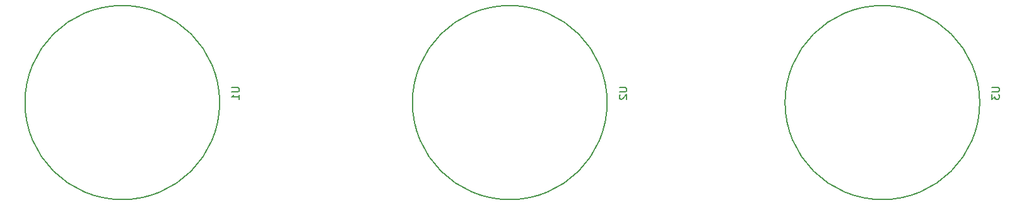
<source format=gbr>
G04 #@! TF.GenerationSoftware,KiCad,Pcbnew,(5.1.5-0-10_14)*
G04 #@! TF.CreationDate,2020-04-26T22:00:10+01:00*
G04 #@! TF.ProjectId,Preamp-Trial,50726561-6d70-42d5-9472-69616c2e6b69,rev?*
G04 #@! TF.SameCoordinates,Original*
G04 #@! TF.FileFunction,Legend,Bot*
G04 #@! TF.FilePolarity,Positive*
%FSLAX46Y46*%
G04 Gerber Fmt 4.6, Leading zero omitted, Abs format (unit mm)*
G04 Created by KiCad (PCBNEW (5.1.5-0-10_14)) date 2020-04-26 22:00:10*
%MOMM*%
%LPD*%
G04 APERTURE LIST*
%ADD10C,0.150000*%
G04 APERTURE END LIST*
D10*
X115061887Y-85000000D02*
G75*
G03X115061887Y-85000000I-13061887J0D01*
G01*
X167061887Y-85000000D02*
G75*
G03X167061887Y-85000000I-13061887J0D01*
G01*
X217061887Y-85000000D02*
G75*
G03X217061887Y-85000000I-13061887J0D01*
G01*
X116692380Y-82968095D02*
X117501904Y-82968095D01*
X117597142Y-83015714D01*
X117644761Y-83063333D01*
X117692380Y-83158571D01*
X117692380Y-83349047D01*
X117644761Y-83444285D01*
X117597142Y-83491904D01*
X117501904Y-83539523D01*
X116692380Y-83539523D01*
X117692380Y-84539523D02*
X117692380Y-83968095D01*
X117692380Y-84253809D02*
X116692380Y-84253809D01*
X116835238Y-84158571D01*
X116930476Y-84063333D01*
X116978095Y-83968095D01*
X168692380Y-82968095D02*
X169501904Y-82968095D01*
X169597142Y-83015714D01*
X169644761Y-83063333D01*
X169692380Y-83158571D01*
X169692380Y-83349047D01*
X169644761Y-83444285D01*
X169597142Y-83491904D01*
X169501904Y-83539523D01*
X168692380Y-83539523D01*
X168787619Y-83968095D02*
X168740000Y-84015714D01*
X168692380Y-84110952D01*
X168692380Y-84349047D01*
X168740000Y-84444285D01*
X168787619Y-84491904D01*
X168882857Y-84539523D01*
X168978095Y-84539523D01*
X169120952Y-84491904D01*
X169692380Y-83920476D01*
X169692380Y-84539523D01*
X218692380Y-82968095D02*
X219501904Y-82968095D01*
X219597142Y-83015714D01*
X219644761Y-83063333D01*
X219692380Y-83158571D01*
X219692380Y-83349047D01*
X219644761Y-83444285D01*
X219597142Y-83491904D01*
X219501904Y-83539523D01*
X218692380Y-83539523D01*
X218692380Y-83920476D02*
X218692380Y-84539523D01*
X219073333Y-84206190D01*
X219073333Y-84349047D01*
X219120952Y-84444285D01*
X219168571Y-84491904D01*
X219263809Y-84539523D01*
X219501904Y-84539523D01*
X219597142Y-84491904D01*
X219644761Y-84444285D01*
X219692380Y-84349047D01*
X219692380Y-84063333D01*
X219644761Y-83968095D01*
X219597142Y-83920476D01*
M02*

</source>
